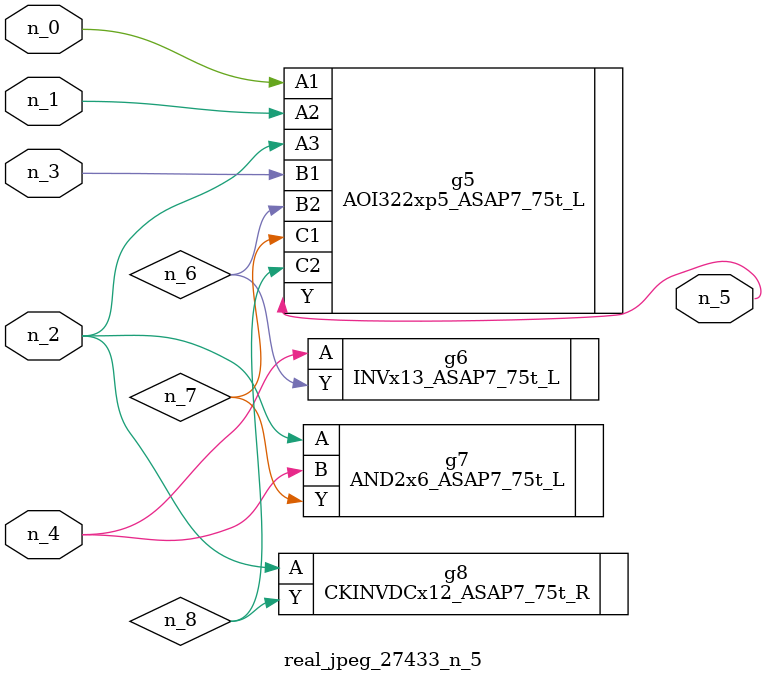
<source format=v>
module real_jpeg_27433_n_5 (n_4, n_0, n_1, n_2, n_3, n_5);

input n_4;
input n_0;
input n_1;
input n_2;
input n_3;

output n_5;

wire n_8;
wire n_6;
wire n_7;

AOI322xp5_ASAP7_75t_L g5 ( 
.A1(n_0),
.A2(n_1),
.A3(n_2),
.B1(n_3),
.B2(n_6),
.C1(n_7),
.C2(n_8),
.Y(n_5)
);

AND2x6_ASAP7_75t_L g7 ( 
.A(n_2),
.B(n_4),
.Y(n_7)
);

CKINVDCx12_ASAP7_75t_R g8 ( 
.A(n_2),
.Y(n_8)
);

INVx13_ASAP7_75t_L g6 ( 
.A(n_4),
.Y(n_6)
);


endmodule
</source>
